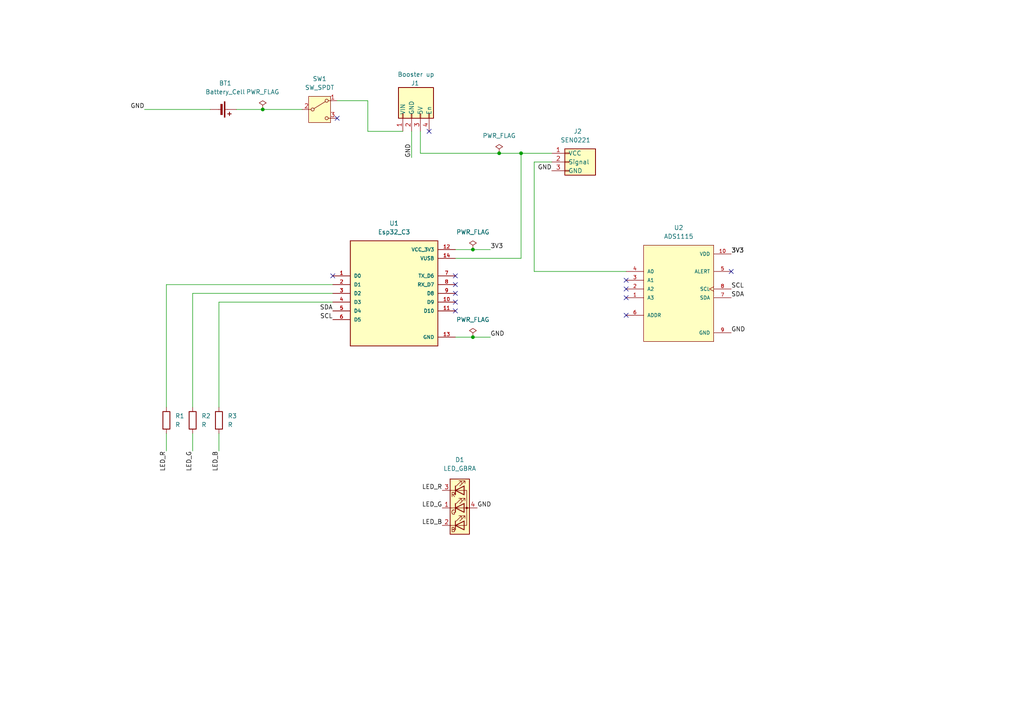
<source format=kicad_sch>
(kicad_sch (version 20231120) (generator "eeschema") (generator_version "8.0")
  (paper "A4")
  (lib_symbols
    (symbol "113991054:113991054" (pin_names (offset 1.016))
      (property "Reference" "U" (at -12.7 16.002 0))
      (property "Value" "113991054" (at -12.7 -17.78 0))
      (symbol "113991054_0_0"
        (rectangle (start -12.7 -15.24) (end 12.7 15.24) (stroke (width 0.254)) (fill (type background)))
        (pin bidirectional line (at -17.78 5.08 0) (length 5.08) (name "D0") (number "1"))
        (pin bidirectional line (at 17.78 -2.54 180) (length 5.08) (name "D9") (number "10"))
        (pin bidirectional line (at 17.78 -5.08 180) (length 5.08) (name "D10") (number "11"))
        (pin power_in line (at 17.78 12.7 180) (length 5.08) (name "VCC_3V3") (number "12"))
        (pin power_in line (at 17.78 -12.7 180) (length 5.08) (name "GND") (number "13"))
        (pin power_in line (at 17.78 10.16 180) (length 5.08) (name "VUSB") (number "14"))
        (pin bidirectional line (at -17.78 2.54 0) (length 5.08) (name "D1") (number "2"))
        (pin bidirectional line (at -17.78 0 0) (length 5.08) (name "D2") (number "3"))
        (pin bidirectional line (at -17.78 -2.54 0) (length 5.08) (name "D3") (number "4"))
        (pin bidirectional line (at -17.78 -5.08 0) (length 5.08) (name "D4") (number "5"))
        (pin bidirectional line (at -17.78 -7.62 0) (length 5.08) (name "D5") (number "6"))
        (pin bidirectional line (at 17.78 5.08 180) (length 5.08) (name "TX_D6") (number "7"))
        (pin bidirectional line (at 17.78 2.54 180) (length 5.08) (name "RX_D7") (number "8"))
        (pin bidirectional line (at 17.78 0 180) (length 5.08) (name "D8") (number "9"))
      )
    )
    (symbol "ADS1115:ZC261500" (pin_names (offset 1.016))
      (property "Reference" "U" (at -10.16 16.002 0))
      (property "Value" "ZC261500" (at -10.16 -15.24 0))
      (symbol "ZC261500_0_0"
        (rectangle (start -10.16 -12.7) (end 10.16 15.24) (stroke (width 0.1524)) (fill (type background)))
        (pin input line (at -15.24 0 0) (length 5.08) (name "A3") (number "1"))
        (pin power_in line (at 15.24 12.7 180) (length 5.08) (name "VDD") (number "10"))
        (pin input line (at -15.24 2.54 0) (length 5.08) (name "A2") (number "2"))
        (pin input line (at -15.24 5.08 0) (length 5.08) (name "A1") (number "3"))
        (pin input line (at -15.24 7.62 0) (length 5.08) (name "A0") (number "4"))
        (pin bidirectional line (at 15.24 7.62 180) (length 5.08) (name "ALERT") (number "5"))
        (pin input line (at -15.24 -5.08 0) (length 5.08) (name "ADDR") (number "6"))
        (pin bidirectional line (at 15.24 0 180) (length 5.08) (name "SDA") (number "7"))
        (pin input clock (at 15.24 2.54 180) (length 5.08) (name "SCL") (number "8"))
        (pin power_in line (at 15.24 -10.16 180) (length 5.08) (name "GND") (number "9"))
      )
    )
    (symbol "Connector_Generic:Conn_01x03" (pin_names (offset 1.016))
      (property "Reference" "J?" (at 1.27 8.89 0))
      (property "Value" "SEN0221" (at -2.54 6.35 0))
      (symbol "Conn_01x03_1_1"
        (rectangle (start -1.27 -2.413) (end 0 -2.667) (stroke (width 0.1524)))
        (rectangle (start -1.27 0.127) (end 0 -0.127) (stroke (width 0.1524)))
        (rectangle (start -1.27 2.667) (end 0 2.413) (stroke (width 0.1524)))
        (rectangle (start -1.27 3.81) (end 7.62 -3.81) (stroke (width 0.254)) (fill (type background)))
        (pin passive line (at -5.08 2.54 0) (length 3.81) (name "VCC") (number "1"))
        (pin passive line (at -5.08 0 0) (length 3.81) (name "Signal") (number "2"))
        (pin passive line (at -5.08 -2.54 0) (length 3.81) (name "GND") (number "3"))
      )
    )
    (symbol "Connector_Generic:Conn_01x04" (pin_names (offset 1.016))
      (property "Reference" "J2" (at 8.89 -1.27 90))
      (property "Value" "Booster up" (at 11.43 -1.27 90))
      (symbol "Conn_01x04_1_1"
        (rectangle (start -1.27 -4.953) (end 0 -5.207) (stroke (width 0.1524)))
        (rectangle (start -1.27 -2.413) (end 0 -2.667) (stroke (width 0.1524)))
        (rectangle (start -1.27 0.127) (end 0 -0.127) (stroke (width 0.1524)))
        (rectangle (start -1.27 2.667) (end 0 2.413) (stroke (width 0.1524)))
        (rectangle (start -1.27 3.81) (end 7.62 -6.35) (stroke (width 0.254)) (fill (type background)))
        (pin passive line (at -5.08 2.54 0) (length 3.81) (name "VIN") (number "1"))
        (pin passive line (at -5.08 0 0) (length 3.81) (name "GND") (number "2"))
        (pin passive line (at -5.08 -2.54 0) (length 3.81) (name "5V") (number "3"))
        (pin passive line (at -5.08 -5.08 0) (length 3.81) (name "En") (number "4"))
      )
    )
    (symbol "Device:Battery_Cell" (pin_numbers hide) (pin_names (offset 0) hide)
      (property "Reference" "BT" (at 2.54 2.54 0))
      (property "Value" "Battery_Cell" (at 2.54 0 0))
      (symbol "Battery_Cell_0_1"
        (rectangle (start -2.286 1.778) (end 2.286 1.524) (fill (type outline)))
        (rectangle (start -1.524 1.016) (end 1.524 0.508) (fill (type outline)))
        (polyline (pts (xy 0 0.762) (xy 0 0)))
        (polyline (pts (xy 0 1.778) (xy 0 2.54)))
        (polyline (pts (xy 0.762 3.048) (xy 1.778 3.048)) (stroke (width 0.254)))
        (polyline (pts (xy 1.27 3.556) (xy 1.27 2.54)) (stroke (width 0.254)))
      )
      (symbol "Battery_Cell_1_1"
        (pin passive line (at 0 5.08 270) (length 2.54) (name "+") (number "1"))
        (pin passive line (at 0 -2.54 90) (length 2.54) (name "-") (number "2"))
      )
    )
    (symbol "Device:LED_GBRA" (pin_names (offset 0) hide)
      (property "Reference" "D" (at 0 9.398 0))
      (property "Value" "LED_GBRA" (at 0 -8.89 0))
      (symbol "LED_GBRA_0_0"
        (text "B" (at -1.905 -6.35 0) (effects (font (size 1.27 1.27))))
        (text "G" (at -1.905 -1.27 0) (effects (font (size 1.27 1.27))))
        (text "R" (at -1.905 3.81 0) (effects (font (size 1.27 1.27))))
      )
      (symbol "LED_GBRA_0_1"
        (polyline (pts (xy -1.27 -5.08) (xy -2.54 -5.08)))
        (polyline (pts (xy -1.27 -5.08) (xy 1.27 -5.08)))
        (polyline (pts (xy -1.27 -3.81) (xy -1.27 -6.35)) (stroke (width 0.254)))
        (polyline (pts (xy -1.27 0) (xy -2.54 0)))
        (polyline (pts (xy -1.27 1.27) (xy -1.27 -1.27)) (stroke (width 0.254)))
        (polyline (pts (xy -1.27 5.08) (xy -2.54 5.08)))
        (polyline (pts (xy -1.27 5.08) (xy 1.27 5.08)))
        (polyline (pts (xy -1.27 6.35) (xy -1.27 3.81)) (stroke (width 0.254)))
        (polyline (pts (xy 1.27 0) (xy -1.27 0)))
        (polyline (pts (xy 1.27 0) (xy 2.54 0)))
        (polyline (pts (xy -1.27 1.27) (xy -1.27 -1.27) (xy -1.27 -1.27)))
        (polyline (pts (xy -1.27 6.35) (xy -1.27 3.81) (xy -1.27 3.81)))
        (polyline (pts (xy 1.27 -5.08) (xy 2.032 -5.08) (xy 2.032 5.08) (xy 1.27 5.08)))
        (polyline (pts (xy 1.27 -3.81) (xy 1.27 -6.35) (xy -1.27 -5.08) (xy 1.27 -3.81)) (stroke (width 0.254)))
        (polyline (pts (xy 1.27 1.27) (xy 1.27 -1.27) (xy -1.27 0) (xy 1.27 1.27)) (stroke (width 0.254)))
        (polyline (pts (xy 1.27 6.35) (xy 1.27 3.81) (xy -1.27 5.08) (xy 1.27 6.35)) (stroke (width 0.254)))
        (polyline (pts (xy -1.016 -3.81) (xy 0.508 -2.286) (xy -0.254 -2.286) (xy 0.508 -2.286) (xy 0.508 -3.048)))
        (polyline (pts (xy -1.016 1.27) (xy 0.508 2.794) (xy -0.254 2.794) (xy 0.508 2.794) (xy 0.508 2.032)))
        (polyline (pts (xy -1.016 6.35) (xy 0.508 7.874) (xy -0.254 7.874) (xy 0.508 7.874) (xy 0.508 7.112)))
        (polyline (pts (xy 0 -3.81) (xy 1.524 -2.286) (xy 0.762 -2.286) (xy 1.524 -2.286) (xy 1.524 -3.048)))
        (polyline (pts (xy 0 1.27) (xy 1.524 2.794) (xy 0.762 2.794) (xy 1.524 2.794) (xy 1.524 2.032)))
        (polyline (pts (xy 0 6.35) (xy 1.524 7.874) (xy 0.762 7.874) (xy 1.524 7.874) (xy 1.524 7.112)))
        (rectangle (start 1.27 -1.27) (end 1.27 1.27))
        (rectangle (start 1.27 1.27) (end 1.27 1.27))
        (rectangle (start 1.27 3.81) (end 1.27 6.35))
        (rectangle (start 1.27 6.35) (end 1.27 6.35))
        (circle (center 2.032 0) (radius 0.254) (fill (type outline)))
        (rectangle (start 2.794 8.382) (end -2.794 -7.62) (stroke (width 0.254)) (fill (type background)))
      )
      (symbol "LED_GBRA_1_1"
        (pin passive line (at -5.08 0 0) (length 2.54) (name "GK") (number "1"))
        (pin passive line (at -5.08 -5.08 0) (length 2.54) (name "BK") (number "2"))
        (pin passive line (at -5.08 5.08 0) (length 2.54) (name "RK") (number "3"))
        (pin passive line (at 5.08 0 180) (length 2.54) (name "A") (number "4"))
      )
    )
    (symbol "Device:R" (pin_numbers hide) (pin_names (offset 0))
      (property "Reference" "R" (at 2.032 0 90))
      (property "Value" "R" (at 0 0 90))
      (symbol "R_0_1"
        (rectangle (start -1.016 -2.54) (end 1.016 2.54) (stroke (width 0.254)))
      )
      (symbol "R_1_1"
        (pin passive line (at 0 3.81 270) (length 1.27) (name "~") (number "1"))
        (pin passive line (at 0 -3.81 90) (length 1.27) (name "~") (number "2"))
      )
    )
    (symbol "Switch:SW_SPDT" (pin_names (offset 0) hide)
      (property "Reference" "SW" (at 0 5.08 0))
      (property "Value" "SW_SPDT" (at 0 -5.08 0))
      (symbol "SW_SPDT_0_1"
        (circle (center -2.032 0) (radius 0.4572))
        (polyline (pts (xy -1.651 0.254) (xy 1.651 2.286)))
        (circle (center 2.032 -2.54) (radius 0.4572))
        (circle (center 2.032 2.54) (radius 0.4572))
      )
      (symbol "SW_SPDT_1_1"
        (rectangle (start -3.175 3.81) (end 3.175 -3.81) (fill (type background)))
        (pin passive line (at 5.08 2.54 180) (length 2.54) (name "A") (number "1"))
        (pin passive line (at -5.08 0 0) (length 2.54) (name "B") (number "2"))
        (pin passive line (at 5.08 -2.54 180) (length 2.54) (name "C") (number "3"))
      )
    )
    (symbol "power:PWR_FLAG" (power) (pin_numbers hide) (pin_names (offset 0) hide)
      (property "Value" "PWR_FLAG" (at 0 3.81 0))
      (symbol "PWR_FLAG_0_0"
        (pin power_out line (at 0 0 90) (length 0) (name "~") (number "1"))
      )
      (symbol "PWR_FLAG_0_1"
        (polyline (pts (xy 0 0) (xy 0 1.27) (xy -1.016 1.905) (xy 0 2.54) (xy 1.016 1.905) (xy 0 1.27)))
      )
    )
  )
  (junction (at 137.16 72.39))
  (junction (at 76.2 31.75))
  (junction (at 137.16 97.79))
  (junction (at 144.78 44.45))
  (junction (at 151.13 44.45))
  (no_connect (at 132.08 85.09))
  (no_connect (at 96.52 80.01))
  (no_connect (at 181.61 91.44))
  (no_connect (at 181.61 86.36))
  (no_connect (at 181.61 81.28))
  (no_connect (at 181.61 83.82))
  (no_connect (at 132.08 90.17))
  (no_connect (at 212.09 78.74))
  (no_connect (at 132.08 87.63))
  (no_connect (at 132.08 82.55))
  (no_connect (at 97.79 34.29))
  (no_connect (at 132.08 80.01))
  (no_connect (at 124.46 38.1))
  (wire (pts (xy 144.78 44.45) (xy 151.13 44.45)))
  (wire (pts (xy 55.88 85.09) (xy 96.52 85.09)))
  (wire (pts (xy 106.68 38.1) (xy 116.84 38.1)))
  (wire (pts (xy 160.02 46.99) (xy 154.94 46.99)))
  (wire (pts (xy 119.38 38.1) (xy 119.38 45.72)))
  (wire (pts (xy 76.2 31.75) (xy 87.63 31.75)))
  (wire (pts (xy 63.5 87.63) (xy 96.52 87.63)))
  (wire (pts (xy 121.92 44.45) (xy 144.78 44.45)))
  (wire (pts (xy 137.16 97.79) (xy 132.08 97.79)))
  (wire (pts (xy 48.26 82.55) (xy 96.52 82.55)))
  (wire (pts (xy 154.94 78.74) (xy 181.61 78.74)))
  (wire (pts (xy 48.26 130.81) (xy 48.26 125.73)))
  (wire (pts (xy 68.58 31.75) (xy 76.2 31.75)))
  (wire (pts (xy 151.13 74.93) (xy 151.13 44.45)))
  (wire (pts (xy 142.24 72.39) (xy 137.16 72.39)))
  (wire (pts (xy 137.16 72.39) (xy 132.08 72.39)))
  (wire (pts (xy 154.94 46.99) (xy 154.94 78.74)))
  (wire (pts (xy 142.24 97.79) (xy 137.16 97.79)))
  (wire (pts (xy 48.26 82.55) (xy 48.26 118.11)))
  (wire (pts (xy 55.88 85.09) (xy 55.88 118.11)))
  (wire (pts (xy 63.5 87.63) (xy 63.5 118.11)))
  (wire (pts (xy 41.91 31.75) (xy 60.96 31.75)))
  (wire (pts (xy 151.13 44.45) (xy 160.02 44.45)))
  (wire (pts (xy 132.08 74.93) (xy 151.13 74.93)))
  (wire (pts (xy 106.68 29.21) (xy 106.68 38.1)))
  (wire (pts (xy 97.79 29.21) (xy 106.68 29.21)))
  (wire (pts (xy 63.5 130.81) (xy 63.5 125.73)))
  (wire (pts (xy 55.88 130.81) (xy 55.88 125.73)))
  (wire (pts (xy 121.92 38.1) (xy 121.92 44.45)))
  (label "SCL" (at 96.52 92.71 180))
  (label "3V3" (at 212.09 73.66 0))
  (label "LED_G" (at 128.27 147.32 180))
  (label "GND" (at 119.38 45.72 90))
  (label "3V3" (at 212.09 73.66 0))
  (label "LED_R" (at 48.26 130.81 270))
  (label "SDA" (at 212.09 86.36 0))
  (label "LED_R" (at 128.27 142.24 180))
  (label "GND" (at 212.09 96.52 0))
  (label "LED_B" (at 128.27 152.4 180))
  (label "3V3" (at 142.24 72.39 0))
  (label "GND" (at 41.91 31.75 180))
  (label "SCL" (at 212.09 83.82 0))
  (label "GND" (at 142.24 97.79 0))
  (label "GND" (at 138.43 147.32 0))
  (label "LED_G" (at 55.88 130.81 270))
  (label "GND" (at 160.02 49.53 180))
  (label "LED_B" (at 63.5 130.81 270))
  (label "SDA" (at 96.52 90.17 180))
  (symbol (lib_id "Device:R") (at 48.26 121.92 0) (unit 1)
    (property "Reference" "R1" (at 50.8 120.6499 0) (effects (justify left)))
    (property "Value" "R" (at 50.8 123.1899 0) (effects (justify left)))
    (property "Footprint" "Resistor_SMD:R_0805_2012Metric" (effects (hide yes)))
    (property "Description" "Resistor" (effects (hide yes)))
  )
  (symbol (lib_id "power:PWR_FLAG") (at 76.2 31.75 0) (unit 1)
    (property "Reference" "#FLG01" (effects (hide yes)))
    (property "Value" "PWR_FLAG" (at 76.2 26.67 0))
    (property "Description" "Special symbol for telling ERC where power comes from" (effects (hide yes)))
  )
  (symbol (lib_id "Switch:SW_SPDT") (at 92.71 31.75 0) (unit 1)
    (property "Reference" "SW1" (at 92.71 22.86 0))
    (property "Value" "SW_SPDT" (at 92.71 25.4 0))
    (property "Footprint" "MINI-SPDT-SW:SW_MINI-SPDT-SW" (effects (hide yes)))
    (property "Description" "Switch, single pole double throw" (effects (hide yes)))
  )
  (symbol (lib_id "power:PWR_FLAG") (at 137.16 72.39 0) (unit 1)
    (property "Reference" "#FLG03" (effects (hide yes)))
    (property "Value" "PWR_FLAG" (at 137.16 67.31 0))
    (property "Description" "Special symbol for telling ERC where power comes from" (effects (hide yes)))
  )
  (symbol (lib_id "ADS1115:ZC261500") (at 196.85 86.36 0) (unit 1)
    (property "Reference" "U2" (at 196.85 66.04 0))
    (property "Value" "ADS1115" (at 196.85 68.58 0))
    (property "Footprint" "ZC261500 (1):MODULE_ZC261500" (effects (hide yes)))
    (property "MF" "YKS" (effects (hide yes)))
    (property "MAXIMUM_PACKAGE_HEIGHT" "NA" (effects (hide yes)))
    (property "Package" "None" (effects (hide yes)))
    (property "Price" "None" (effects (hide yes)))
    (property "Check_prices" "https://www.snapeda.com/parts/ZC261500/YKS/view-part/?ref=eda" (effects (hide yes)))
    (property "STANDARD" "Manufacturer Recommendations" (effects (hide yes)))
    (property "PARTREV" "NA" (effects (hide yes)))
    (property "SnapEDA_Link" "https://www.snapeda.com/parts/ZC261500/YKS/view-part/?ref=snap" (effects (hide yes)))
    (property "MP" "ZC261500" (effects (hide yes)))
    (property "Description_1" "\n                        \n                            ADS1115 Module ADC 4 channel with Pro Gain Amplifier for Arduino RPi\n                        \n" (effects (hide yes)))
    (property "Availability" "Not in stock" (effects (hide yes)))
    (property "MANUFACTURER" "YKS" (effects (hide yes)))
  )
  (symbol (lib_id "power:PWR_FLAG") (at 137.16 97.79 0) (unit 1)
    (property "Reference" "#FLG04" (effects (hide yes)))
    (property "Value" "PWR_FLAG" (at 137.16 92.71 0))
    (property "Description" "Special symbol for telling ERC where power comes from" (effects (hide yes)))
  )
  (symbol (lib_id "Device:LED_GBRA") (at 133.35 147.32 0) (unit 1)
    (property "Reference" "D1" (at 133.35 133.35 0))
    (property "Value" "LED_GBRA" (at 133.35 135.89 0))
    (property "Footprint" "LED_THT:LED_D5.0mm-4_RGB" (effects (hide yes)))
    (property "Description" "RGB LED, green/blue/red/anode" (effects (hide yes)))
  )
  (symbol (lib_id "Connector_Generic:Conn_01x03") (at 165.1 46.99 0) (unit 1)
    (property "Reference" "J2" (at 166.37 38.1 0) (effects (justify left)))
    (property "Value" "SEN0221" (at 162.56 40.64 0) (effects (justify left)))
    (property "Footprint" "Connector_PinSocket_2.54mm:PinSocket_1x03_P2.54mm_Vertical" (effects (hide yes)))
    (property "Description" "Generic connector, single row, 01x03, script generated (kicad-library-utils/schlib/autogen/connector/)" (effects (hide yes)))
  )
  (symbol (lib_id "Device:R") (at 63.5 121.92 0) (unit 1)
    (property "Reference" "R3" (at 66.04 120.6499 0) (effects (justify left)))
    (property "Value" "R" (at 66.04 123.1899 0) (effects (justify left)))
    (property "Footprint" "Resistor_SMD:R_0805_2012Metric" (effects (hide yes)))
    (property "Description" "Resistor" (effects (hide yes)))
  )
  (symbol (lib_id "113991054:113991054") (at 114.3 85.09 0) (unit 1)
    (property "Reference" "U1" (at 114.3 64.77 0))
    (property "Value" "Esp32_C3" (at 114.3 67.31 0))
    (property "Footprint" "113991054:MODULE_113991054" (effects (hide yes)))
    (property "MF" "Seeed Technology Co., Ltd" (effects (hide yes)))
    (property "MAXIMUM_PACKAGE_HEIGHT" "N/A" (effects (hide yes)))
    (property "Package" "None" (effects (hide yes)))
    (property "Price" "None" (effects (hide yes)))
    (property "Check_prices" "https://www.snapeda.com/parts/113991054/Seeed+Studio/view-part/?ref=eda" (effects (hide yes)))
    (property "STANDARD" "Manufacturer Recommendations" (effects (hide yes)))
    (property "PARTREV" "23/05/2022" (effects (hide yes)))
    (property "SnapEDA_Link" "https://www.snapeda.com/parts/113991054/Seeed+Studio/view-part/?ref=snap" (effects (hide yes)))
    (property "MP" "113991054" (effects (hide yes)))
    (property "Description_1" "\n                        \n                            - ESP32-C3 Transceiver; 802.11 a/b/g/n (Wi-Fi, WiFi, WLAN), Bluetooth® Smart 4.x Low Energy (BLE) 2.4GHz Evaluation Board\n                        \n" (effects (hide yes)))
    (property "SNAPEDA_PN" "113991054" (effects (hide yes)))
    (property "Availability" "In Stock" (effects (hide yes)))
    (property "MANUFACTURER" "Seeed Technology" (effects (hide yes)))
  )
  (symbol (lib_id "Device:Battery_Cell") (at 63.5 31.75 270) (unit 1)
    (property "Reference" "BT1" (at 65.3415 24.13 90))
    (property "Value" "Battery_Cell" (at 65.3415 26.67 90))
    (property "Footprint" "Connector_JST:JST_EH_B2B-EH-A_1x02_P2.50mm_Vertical" (effects (hide yes)))
    (property "Description" "Single-cell battery" (effects (hide yes)))
  )
  (symbol (lib_id "Device:R") (at 55.88 121.92 0) (unit 1)
    (property "Reference" "R2" (at 58.42 120.6499 0) (effects (justify left)))
    (property "Value" "R" (at 58.42 123.1899 0) (effects (justify left)))
    (property "Footprint" "Resistor_SMD:R_0805_2012Metric" (effects (hide yes)))
    (property "Description" "Resistor" (effects (hide yes)))
  )
  (symbol (lib_id "power:PWR_FLAG") (at 144.78 44.45 0) (unit 1)
    (property "Reference" "#FLG02" (effects (hide yes)))
    (property "Value" "PWR_FLAG" (at 144.78 39.37 0))
    (property "Description" "Special symbol for telling ERC where power comes from" (effects (hide yes)))
  )
  (symbol (lib_id "Connector_Generic:Conn_01x04") (at 119.38 33.02 90) (unit 1)
    (property "Reference" "J1" (at 120.396 24.13 90))
    (property "Value" "Booster up" (at 120.65 21.59 90))
    (property "Footprint" "Connector_PinSocket_2.54mm:PinSocket_1x04_P2.54mm_Vertical" (effects (hide yes)))
    (property "Description" "Generic connector, single row, 01x04, script generated (kicad-library-utils/schlib/autogen/connector/)" (effects (hide yes)))
  )
)
</source>
